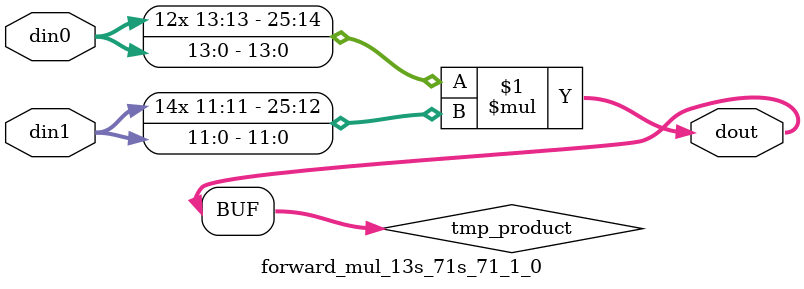
<source format=v>

`timescale 1 ns / 1 ps

 module forward_mul_13s_71s_71_1_0(din0, din1, dout);
parameter ID = 1;
parameter NUM_STAGE = 0;
parameter din0_WIDTH = 14;
parameter din1_WIDTH = 12;
parameter dout_WIDTH = 26;

input [din0_WIDTH - 1 : 0] din0; 
input [din1_WIDTH - 1 : 0] din1; 
output [dout_WIDTH - 1 : 0] dout;

wire signed [dout_WIDTH - 1 : 0] tmp_product;



























assign tmp_product = $signed(din0) * $signed(din1);








assign dout = tmp_product;





















endmodule

</source>
